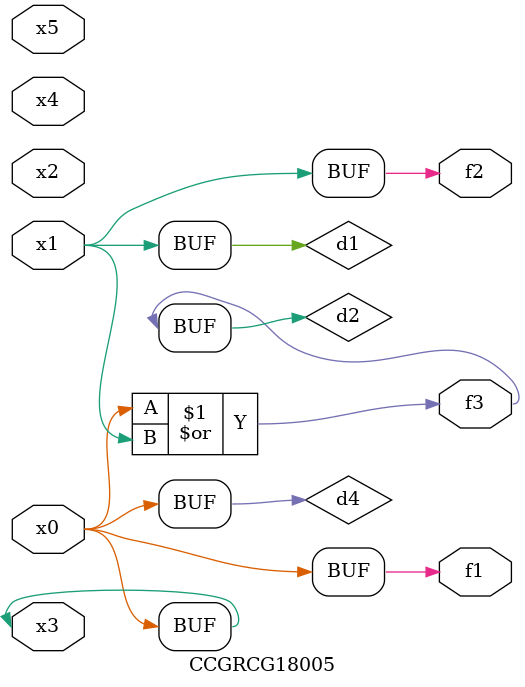
<source format=v>
module CCGRCG18005(
	input x0, x1, x2, x3, x4, x5,
	output f1, f2, f3
);

	wire d1, d2, d3, d4;

	and (d1, x1);
	or (d2, x0, x1);
	nand (d3, x0, x5);
	buf (d4, x0, x3);
	assign f1 = d4;
	assign f2 = d1;
	assign f3 = d2;
endmodule

</source>
